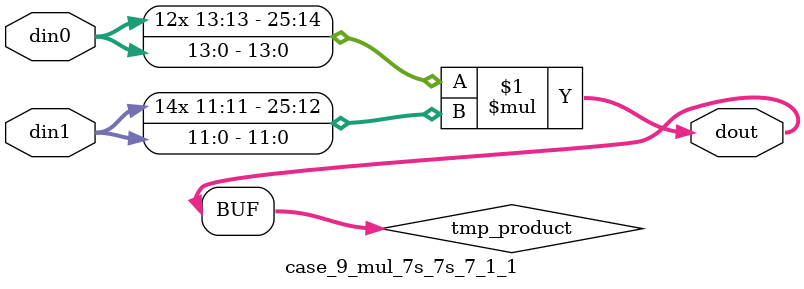
<source format=v>

`timescale 1 ns / 1 ps

 module case_9_mul_7s_7s_7_1_1(din0, din1, dout);
parameter ID = 1;
parameter NUM_STAGE = 0;
parameter din0_WIDTH = 14;
parameter din1_WIDTH = 12;
parameter dout_WIDTH = 26;

input [din0_WIDTH - 1 : 0] din0; 
input [din1_WIDTH - 1 : 0] din1; 
output [dout_WIDTH - 1 : 0] dout;

wire signed [dout_WIDTH - 1 : 0] tmp_product;



























assign tmp_product = $signed(din0) * $signed(din1);








assign dout = tmp_product;





















endmodule

</source>
